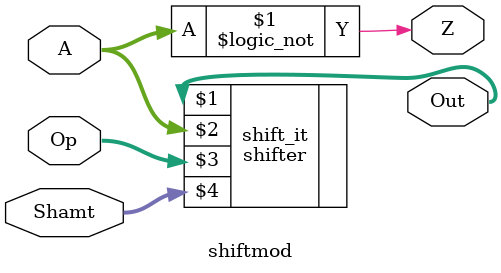
<source format=v>
module shiftmod(Out, Z, A, Op, Shamt);

  input [15:0] A;
  input [1:0] Op;
  input [3:0] Shamt;

  output [15:0] Out;
  output Z;

  shifter shift_it(Out, A, Op, Shamt);
  assign Z = (A == 16'h0000);

endmodule

</source>
